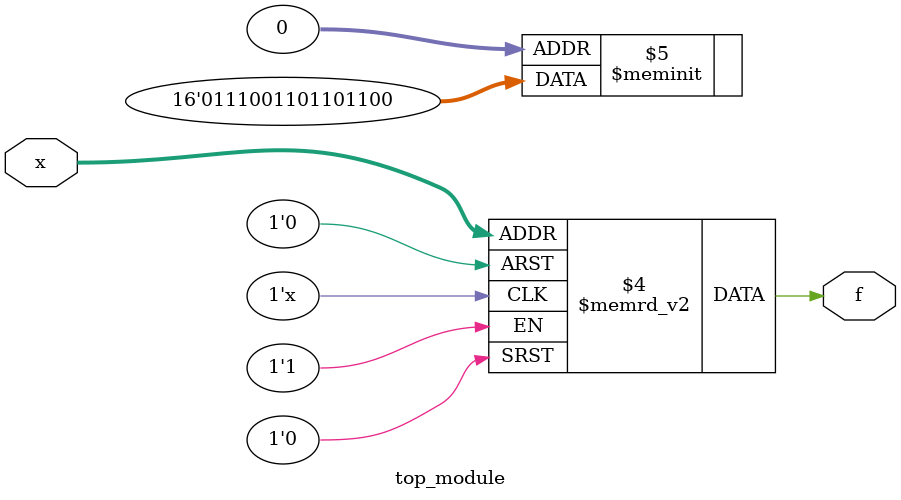
<source format=sv>
module top_module (
    input [4:1] x,
    output logic f
);

    always @(*) begin
        case (x)
            4'b0000: f = 1'b0;  // Changed from 1'b0
            4'b0001: f = 1'b0;
            4'b0010: f = 1'b1;  // Changed from 0 to 1 according to K-map
            4'b0011: f = 1'b1;  // Changed from 0 to 1 according to K-map
            4'b0100: f = 1'b0;
            4'b0101: f = 1'b1;  // Changed from 0 to 1 according to K-map
            4'b0110: f = 1'b1;
            4'b0111: f = 1'b0;
            4'b1000: f = 1'b1;
            4'b1001: f = 1'b1;
            4'b1010: f = 1'b0;
            4'b1011: f = 1'b0;  // Changed from 1 to 0 according to K-map
            4'b1100: f = 1'b1;
            4'b1101: f = 1'b1;
            4'b1110: f = 1'b1;  // Changed from 1 to 0 according to K-map
            4'b1111: f = 1'b0;
            default: f = 1'b0;
        endcase
    end

endmodule

</source>
